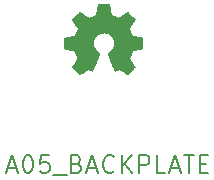
<source format=gbr>
G04 #@! TF.GenerationSoftware,KiCad,Pcbnew,5.1.5-52549c5~86~ubuntu18.04.1*
G04 #@! TF.CreationDate,2020-09-01T14:16:45-05:00*
G04 #@! TF.ProjectId,A05,4130352e-6b69-4636-9164-5f7063625858,rev?*
G04 #@! TF.SameCoordinates,Original*
G04 #@! TF.FileFunction,Legend,Top*
G04 #@! TF.FilePolarity,Positive*
%FSLAX46Y46*%
G04 Gerber Fmt 4.6, Leading zero omitted, Abs format (unit mm)*
G04 Created by KiCad (PCBNEW 5.1.5-52549c5~86~ubuntu18.04.1) date 2020-09-01 14:16:45*
%MOMM*%
%LPD*%
G04 APERTURE LIST*
%ADD10C,0.150000*%
%ADD11C,0.010000*%
G04 APERTURE END LIST*
D10*
X30514400Y-69795200D02*
X31228685Y-69795200D01*
X30371542Y-70223771D02*
X30871542Y-68723771D01*
X31371542Y-70223771D01*
X32157257Y-68723771D02*
X32300114Y-68723771D01*
X32442971Y-68795200D01*
X32514400Y-68866628D01*
X32585828Y-69009485D01*
X32657257Y-69295200D01*
X32657257Y-69652342D01*
X32585828Y-69938057D01*
X32514400Y-70080914D01*
X32442971Y-70152342D01*
X32300114Y-70223771D01*
X32157257Y-70223771D01*
X32014400Y-70152342D01*
X31942971Y-70080914D01*
X31871542Y-69938057D01*
X31800114Y-69652342D01*
X31800114Y-69295200D01*
X31871542Y-69009485D01*
X31942971Y-68866628D01*
X32014400Y-68795200D01*
X32157257Y-68723771D01*
X34014400Y-68723771D02*
X33300114Y-68723771D01*
X33228685Y-69438057D01*
X33300114Y-69366628D01*
X33442971Y-69295200D01*
X33800114Y-69295200D01*
X33942971Y-69366628D01*
X34014400Y-69438057D01*
X34085828Y-69580914D01*
X34085828Y-69938057D01*
X34014400Y-70080914D01*
X33942971Y-70152342D01*
X33800114Y-70223771D01*
X33442971Y-70223771D01*
X33300114Y-70152342D01*
X33228685Y-70080914D01*
X34371542Y-70366628D02*
X35514400Y-70366628D01*
X36371542Y-69438057D02*
X36585828Y-69509485D01*
X36657257Y-69580914D01*
X36728685Y-69723771D01*
X36728685Y-69938057D01*
X36657257Y-70080914D01*
X36585828Y-70152342D01*
X36442971Y-70223771D01*
X35871542Y-70223771D01*
X35871542Y-68723771D01*
X36371542Y-68723771D01*
X36514400Y-68795200D01*
X36585828Y-68866628D01*
X36657257Y-69009485D01*
X36657257Y-69152342D01*
X36585828Y-69295200D01*
X36514400Y-69366628D01*
X36371542Y-69438057D01*
X35871542Y-69438057D01*
X37300114Y-69795200D02*
X38014400Y-69795200D01*
X37157257Y-70223771D02*
X37657257Y-68723771D01*
X38157257Y-70223771D01*
X39514400Y-70080914D02*
X39442971Y-70152342D01*
X39228685Y-70223771D01*
X39085828Y-70223771D01*
X38871542Y-70152342D01*
X38728685Y-70009485D01*
X38657257Y-69866628D01*
X38585828Y-69580914D01*
X38585828Y-69366628D01*
X38657257Y-69080914D01*
X38728685Y-68938057D01*
X38871542Y-68795200D01*
X39085828Y-68723771D01*
X39228685Y-68723771D01*
X39442971Y-68795200D01*
X39514400Y-68866628D01*
X40157257Y-70223771D02*
X40157257Y-68723771D01*
X41014400Y-70223771D02*
X40371542Y-69366628D01*
X41014400Y-68723771D02*
X40157257Y-69580914D01*
X41657257Y-70223771D02*
X41657257Y-68723771D01*
X42228685Y-68723771D01*
X42371542Y-68795200D01*
X42442971Y-68866628D01*
X42514400Y-69009485D01*
X42514400Y-69223771D01*
X42442971Y-69366628D01*
X42371542Y-69438057D01*
X42228685Y-69509485D01*
X41657257Y-69509485D01*
X43871542Y-70223771D02*
X43157257Y-70223771D01*
X43157257Y-68723771D01*
X44300114Y-69795200D02*
X45014400Y-69795200D01*
X44157257Y-70223771D02*
X44657257Y-68723771D01*
X45157257Y-70223771D01*
X45442971Y-68723771D02*
X46300114Y-68723771D01*
X45871542Y-70223771D02*
X45871542Y-68723771D01*
X46800114Y-69438057D02*
X47300114Y-69438057D01*
X47514400Y-70223771D02*
X46800114Y-70223771D01*
X46800114Y-68723771D01*
X47514400Y-68723771D01*
D11*
G36*
X39163814Y-56371531D02*
G01*
X39247635Y-56816155D01*
X39556920Y-56943653D01*
X39866206Y-57071151D01*
X40237246Y-56818846D01*
X40341157Y-56748596D01*
X40435087Y-56685872D01*
X40514652Y-56633538D01*
X40575470Y-56594457D01*
X40613157Y-56571493D01*
X40623421Y-56566542D01*
X40641910Y-56579276D01*
X40681420Y-56614482D01*
X40737522Y-56667662D01*
X40805787Y-56734318D01*
X40881786Y-56809954D01*
X40961092Y-56890072D01*
X41039275Y-56970174D01*
X41111907Y-57045764D01*
X41174559Y-57112345D01*
X41222803Y-57165418D01*
X41252210Y-57200487D01*
X41259241Y-57212223D01*
X41249123Y-57233860D01*
X41220759Y-57281262D01*
X41177129Y-57349793D01*
X41121218Y-57434815D01*
X41056006Y-57531693D01*
X41018219Y-57586950D01*
X40949343Y-57687848D01*
X40888140Y-57778899D01*
X40837578Y-57855570D01*
X40800628Y-57913328D01*
X40780258Y-57947643D01*
X40777197Y-57954854D01*
X40784136Y-57975348D01*
X40803051Y-58023113D01*
X40831087Y-58091432D01*
X40865391Y-58173589D01*
X40903109Y-58262870D01*
X40941387Y-58352558D01*
X40977370Y-58435938D01*
X41008206Y-58506294D01*
X41031039Y-58556910D01*
X41043017Y-58581071D01*
X41043724Y-58582022D01*
X41062531Y-58586636D01*
X41112618Y-58596928D01*
X41188793Y-58611887D01*
X41285865Y-58630501D01*
X41398643Y-58651759D01*
X41464442Y-58664018D01*
X41584950Y-58686962D01*
X41693797Y-58708795D01*
X41785476Y-58728322D01*
X41854481Y-58744348D01*
X41895304Y-58755679D01*
X41903511Y-58759274D01*
X41911548Y-58783606D01*
X41918033Y-58838559D01*
X41922970Y-58917708D01*
X41926364Y-59014626D01*
X41928218Y-59122887D01*
X41928538Y-59236065D01*
X41927327Y-59347735D01*
X41924590Y-59451468D01*
X41920331Y-59540841D01*
X41914555Y-59609426D01*
X41907267Y-59650797D01*
X41902895Y-59659410D01*
X41876764Y-59669733D01*
X41821393Y-59684492D01*
X41744107Y-59701952D01*
X41652230Y-59720380D01*
X41620158Y-59726341D01*
X41465524Y-59754666D01*
X41343375Y-59777476D01*
X41249673Y-59795680D01*
X41180384Y-59810183D01*
X41131471Y-59821892D01*
X41098897Y-59831715D01*
X41078628Y-59840556D01*
X41066626Y-59849324D01*
X41064947Y-59851057D01*
X41048184Y-59878971D01*
X41022614Y-59933295D01*
X40990788Y-60007377D01*
X40955260Y-60094565D01*
X40918583Y-60188208D01*
X40883311Y-60281652D01*
X40851996Y-60368247D01*
X40827193Y-60441340D01*
X40811454Y-60494278D01*
X40807332Y-60520411D01*
X40807676Y-60521326D01*
X40821641Y-60542686D01*
X40853322Y-60589684D01*
X40899391Y-60657427D01*
X40956518Y-60741023D01*
X41021373Y-60835582D01*
X41039843Y-60862454D01*
X41105699Y-60959875D01*
X41163650Y-61048763D01*
X41210538Y-61124012D01*
X41243207Y-61180520D01*
X41258500Y-61213181D01*
X41259241Y-61217193D01*
X41246392Y-61238284D01*
X41210888Y-61280064D01*
X41157293Y-61338045D01*
X41090171Y-61407735D01*
X41014087Y-61484645D01*
X40933604Y-61564283D01*
X40853287Y-61642161D01*
X40777699Y-61713786D01*
X40711405Y-61774670D01*
X40658969Y-61820321D01*
X40624955Y-61846250D01*
X40615545Y-61850483D01*
X40593643Y-61840512D01*
X40548800Y-61813620D01*
X40488321Y-61774336D01*
X40441789Y-61742717D01*
X40357475Y-61684698D01*
X40257626Y-61616384D01*
X40157473Y-61548179D01*
X40103627Y-61511675D01*
X39921371Y-61388400D01*
X39768381Y-61471120D01*
X39698682Y-61507359D01*
X39639414Y-61535526D01*
X39599311Y-61551591D01*
X39589103Y-61553826D01*
X39576829Y-61537322D01*
X39552613Y-61490682D01*
X39518263Y-61418209D01*
X39475588Y-61324206D01*
X39426394Y-61212974D01*
X39372490Y-61088815D01*
X39315684Y-60956032D01*
X39257782Y-60818927D01*
X39200593Y-60681802D01*
X39145924Y-60548958D01*
X39095584Y-60424698D01*
X39051380Y-60313325D01*
X39015119Y-60219139D01*
X38988609Y-60146444D01*
X38973658Y-60099541D01*
X38971254Y-60083433D01*
X38990311Y-60062886D01*
X39032036Y-60029533D01*
X39087706Y-59990302D01*
X39092378Y-59987199D01*
X39236264Y-59872023D01*
X39352283Y-59737653D01*
X39439430Y-59588384D01*
X39496699Y-59428513D01*
X39523086Y-59262337D01*
X39517585Y-59094152D01*
X39479190Y-58928255D01*
X39406895Y-58768942D01*
X39385626Y-58734087D01*
X39274996Y-58593337D01*
X39144302Y-58480314D01*
X38998064Y-58395603D01*
X38840808Y-58339794D01*
X38677057Y-58313474D01*
X38511333Y-58317230D01*
X38348162Y-58351650D01*
X38192065Y-58417323D01*
X38047567Y-58514835D01*
X38002869Y-58554413D01*
X37889112Y-58678303D01*
X37806218Y-58808724D01*
X37749356Y-58954915D01*
X37717687Y-59099688D01*
X37709869Y-59262460D01*
X37735938Y-59426040D01*
X37793245Y-59584898D01*
X37879144Y-59733506D01*
X37990986Y-59866335D01*
X38126123Y-59977856D01*
X38143883Y-59989611D01*
X38200150Y-60028108D01*
X38242923Y-60061463D01*
X38263372Y-60082760D01*
X38263669Y-60083433D01*
X38259279Y-60106471D01*
X38241876Y-60158757D01*
X38213268Y-60235990D01*
X38175265Y-60333868D01*
X38129674Y-60448091D01*
X38078303Y-60574358D01*
X38022962Y-60708367D01*
X37965458Y-60845818D01*
X37907601Y-60982408D01*
X37851198Y-61113837D01*
X37798058Y-61235805D01*
X37749990Y-61344009D01*
X37708801Y-61434149D01*
X37676301Y-61501923D01*
X37654297Y-61543030D01*
X37645436Y-61553826D01*
X37618360Y-61545419D01*
X37567697Y-61522872D01*
X37502183Y-61490213D01*
X37466159Y-61471120D01*
X37313168Y-61388400D01*
X37130912Y-61511675D01*
X37037875Y-61574828D01*
X36936015Y-61644327D01*
X36840562Y-61709765D01*
X36792750Y-61742717D01*
X36725505Y-61787873D01*
X36668564Y-61823657D01*
X36629354Y-61845538D01*
X36616619Y-61850163D01*
X36598083Y-61837685D01*
X36557059Y-61802852D01*
X36497525Y-61749278D01*
X36423458Y-61680583D01*
X36338835Y-61600381D01*
X36285315Y-61548886D01*
X36191681Y-61456886D01*
X36110759Y-61374599D01*
X36045823Y-61305545D01*
X36000142Y-61253244D01*
X35976989Y-61221216D01*
X35974768Y-61214716D01*
X35985076Y-61189994D01*
X36013561Y-61140005D01*
X36057063Y-61069812D01*
X36112423Y-60984475D01*
X36176480Y-60889056D01*
X36194697Y-60862454D01*
X36261073Y-60765767D01*
X36320622Y-60678717D01*
X36370016Y-60606195D01*
X36405925Y-60553093D01*
X36425019Y-60524303D01*
X36426864Y-60521326D01*
X36424105Y-60498382D01*
X36409462Y-60447936D01*
X36385487Y-60376641D01*
X36354734Y-60291147D01*
X36319756Y-60198107D01*
X36283107Y-60104174D01*
X36247339Y-60015999D01*
X36215006Y-59940234D01*
X36188662Y-59883531D01*
X36170858Y-59852543D01*
X36169593Y-59851057D01*
X36158706Y-59842201D01*
X36140318Y-59833443D01*
X36110394Y-59823877D01*
X36064897Y-59812596D01*
X35999791Y-59798693D01*
X35911039Y-59781263D01*
X35794607Y-59759398D01*
X35646458Y-59732191D01*
X35614382Y-59726341D01*
X35519314Y-59707974D01*
X35436435Y-59690005D01*
X35373070Y-59674169D01*
X35336542Y-59662200D01*
X35331644Y-59659410D01*
X35323573Y-59634672D01*
X35317013Y-59579390D01*
X35311967Y-59499989D01*
X35308441Y-59402896D01*
X35306439Y-59294538D01*
X35305964Y-59181340D01*
X35307023Y-59069728D01*
X35309618Y-58966129D01*
X35313754Y-58876968D01*
X35319437Y-58808672D01*
X35326669Y-58767666D01*
X35331029Y-58759274D01*
X35355302Y-58750808D01*
X35410574Y-58737035D01*
X35491338Y-58719150D01*
X35592088Y-58698348D01*
X35707317Y-58675823D01*
X35770098Y-58664018D01*
X35889213Y-58641751D01*
X35995435Y-58621579D01*
X36083573Y-58604515D01*
X36148434Y-58591569D01*
X36184826Y-58583755D01*
X36190816Y-58582022D01*
X36200939Y-58562490D01*
X36222338Y-58515443D01*
X36252161Y-58447603D01*
X36287555Y-58365691D01*
X36325668Y-58276428D01*
X36363647Y-58186535D01*
X36398640Y-58102735D01*
X36427794Y-58031747D01*
X36448257Y-57980294D01*
X36457177Y-57955097D01*
X36457343Y-57953996D01*
X36447231Y-57934119D01*
X36418883Y-57888377D01*
X36375277Y-57821317D01*
X36319394Y-57737484D01*
X36254213Y-57641426D01*
X36216321Y-57586250D01*
X36147275Y-57485081D01*
X36085950Y-57393230D01*
X36035337Y-57315344D01*
X35998429Y-57256069D01*
X35978218Y-57220051D01*
X35975299Y-57211977D01*
X35987847Y-57193184D01*
X36022537Y-57153057D01*
X36074937Y-57096093D01*
X36140616Y-57026785D01*
X36215144Y-56949631D01*
X36294087Y-56869125D01*
X36373017Y-56789763D01*
X36447500Y-56716040D01*
X36513106Y-56652452D01*
X36565404Y-56603494D01*
X36599961Y-56573661D01*
X36611522Y-56566542D01*
X36630346Y-56576553D01*
X36675369Y-56604678D01*
X36742213Y-56648054D01*
X36826501Y-56703818D01*
X36923856Y-56769106D01*
X36997293Y-56818846D01*
X37368333Y-57071151D01*
X37986905Y-56816155D01*
X38070725Y-56371531D01*
X38154546Y-55926907D01*
X39079994Y-55926907D01*
X39163814Y-56371531D01*
G37*
X39163814Y-56371531D02*
X39247635Y-56816155D01*
X39556920Y-56943653D01*
X39866206Y-57071151D01*
X40237246Y-56818846D01*
X40341157Y-56748596D01*
X40435087Y-56685872D01*
X40514652Y-56633538D01*
X40575470Y-56594457D01*
X40613157Y-56571493D01*
X40623421Y-56566542D01*
X40641910Y-56579276D01*
X40681420Y-56614482D01*
X40737522Y-56667662D01*
X40805787Y-56734318D01*
X40881786Y-56809954D01*
X40961092Y-56890072D01*
X41039275Y-56970174D01*
X41111907Y-57045764D01*
X41174559Y-57112345D01*
X41222803Y-57165418D01*
X41252210Y-57200487D01*
X41259241Y-57212223D01*
X41249123Y-57233860D01*
X41220759Y-57281262D01*
X41177129Y-57349793D01*
X41121218Y-57434815D01*
X41056006Y-57531693D01*
X41018219Y-57586950D01*
X40949343Y-57687848D01*
X40888140Y-57778899D01*
X40837578Y-57855570D01*
X40800628Y-57913328D01*
X40780258Y-57947643D01*
X40777197Y-57954854D01*
X40784136Y-57975348D01*
X40803051Y-58023113D01*
X40831087Y-58091432D01*
X40865391Y-58173589D01*
X40903109Y-58262870D01*
X40941387Y-58352558D01*
X40977370Y-58435938D01*
X41008206Y-58506294D01*
X41031039Y-58556910D01*
X41043017Y-58581071D01*
X41043724Y-58582022D01*
X41062531Y-58586636D01*
X41112618Y-58596928D01*
X41188793Y-58611887D01*
X41285865Y-58630501D01*
X41398643Y-58651759D01*
X41464442Y-58664018D01*
X41584950Y-58686962D01*
X41693797Y-58708795D01*
X41785476Y-58728322D01*
X41854481Y-58744348D01*
X41895304Y-58755679D01*
X41903511Y-58759274D01*
X41911548Y-58783606D01*
X41918033Y-58838559D01*
X41922970Y-58917708D01*
X41926364Y-59014626D01*
X41928218Y-59122887D01*
X41928538Y-59236065D01*
X41927327Y-59347735D01*
X41924590Y-59451468D01*
X41920331Y-59540841D01*
X41914555Y-59609426D01*
X41907267Y-59650797D01*
X41902895Y-59659410D01*
X41876764Y-59669733D01*
X41821393Y-59684492D01*
X41744107Y-59701952D01*
X41652230Y-59720380D01*
X41620158Y-59726341D01*
X41465524Y-59754666D01*
X41343375Y-59777476D01*
X41249673Y-59795680D01*
X41180384Y-59810183D01*
X41131471Y-59821892D01*
X41098897Y-59831715D01*
X41078628Y-59840556D01*
X41066626Y-59849324D01*
X41064947Y-59851057D01*
X41048184Y-59878971D01*
X41022614Y-59933295D01*
X40990788Y-60007377D01*
X40955260Y-60094565D01*
X40918583Y-60188208D01*
X40883311Y-60281652D01*
X40851996Y-60368247D01*
X40827193Y-60441340D01*
X40811454Y-60494278D01*
X40807332Y-60520411D01*
X40807676Y-60521326D01*
X40821641Y-60542686D01*
X40853322Y-60589684D01*
X40899391Y-60657427D01*
X40956518Y-60741023D01*
X41021373Y-60835582D01*
X41039843Y-60862454D01*
X41105699Y-60959875D01*
X41163650Y-61048763D01*
X41210538Y-61124012D01*
X41243207Y-61180520D01*
X41258500Y-61213181D01*
X41259241Y-61217193D01*
X41246392Y-61238284D01*
X41210888Y-61280064D01*
X41157293Y-61338045D01*
X41090171Y-61407735D01*
X41014087Y-61484645D01*
X40933604Y-61564283D01*
X40853287Y-61642161D01*
X40777699Y-61713786D01*
X40711405Y-61774670D01*
X40658969Y-61820321D01*
X40624955Y-61846250D01*
X40615545Y-61850483D01*
X40593643Y-61840512D01*
X40548800Y-61813620D01*
X40488321Y-61774336D01*
X40441789Y-61742717D01*
X40357475Y-61684698D01*
X40257626Y-61616384D01*
X40157473Y-61548179D01*
X40103627Y-61511675D01*
X39921371Y-61388400D01*
X39768381Y-61471120D01*
X39698682Y-61507359D01*
X39639414Y-61535526D01*
X39599311Y-61551591D01*
X39589103Y-61553826D01*
X39576829Y-61537322D01*
X39552613Y-61490682D01*
X39518263Y-61418209D01*
X39475588Y-61324206D01*
X39426394Y-61212974D01*
X39372490Y-61088815D01*
X39315684Y-60956032D01*
X39257782Y-60818927D01*
X39200593Y-60681802D01*
X39145924Y-60548958D01*
X39095584Y-60424698D01*
X39051380Y-60313325D01*
X39015119Y-60219139D01*
X38988609Y-60146444D01*
X38973658Y-60099541D01*
X38971254Y-60083433D01*
X38990311Y-60062886D01*
X39032036Y-60029533D01*
X39087706Y-59990302D01*
X39092378Y-59987199D01*
X39236264Y-59872023D01*
X39352283Y-59737653D01*
X39439430Y-59588384D01*
X39496699Y-59428513D01*
X39523086Y-59262337D01*
X39517585Y-59094152D01*
X39479190Y-58928255D01*
X39406895Y-58768942D01*
X39385626Y-58734087D01*
X39274996Y-58593337D01*
X39144302Y-58480314D01*
X38998064Y-58395603D01*
X38840808Y-58339794D01*
X38677057Y-58313474D01*
X38511333Y-58317230D01*
X38348162Y-58351650D01*
X38192065Y-58417323D01*
X38047567Y-58514835D01*
X38002869Y-58554413D01*
X37889112Y-58678303D01*
X37806218Y-58808724D01*
X37749356Y-58954915D01*
X37717687Y-59099688D01*
X37709869Y-59262460D01*
X37735938Y-59426040D01*
X37793245Y-59584898D01*
X37879144Y-59733506D01*
X37990986Y-59866335D01*
X38126123Y-59977856D01*
X38143883Y-59989611D01*
X38200150Y-60028108D01*
X38242923Y-60061463D01*
X38263372Y-60082760D01*
X38263669Y-60083433D01*
X38259279Y-60106471D01*
X38241876Y-60158757D01*
X38213268Y-60235990D01*
X38175265Y-60333868D01*
X38129674Y-60448091D01*
X38078303Y-60574358D01*
X38022962Y-60708367D01*
X37965458Y-60845818D01*
X37907601Y-60982408D01*
X37851198Y-61113837D01*
X37798058Y-61235805D01*
X37749990Y-61344009D01*
X37708801Y-61434149D01*
X37676301Y-61501923D01*
X37654297Y-61543030D01*
X37645436Y-61553826D01*
X37618360Y-61545419D01*
X37567697Y-61522872D01*
X37502183Y-61490213D01*
X37466159Y-61471120D01*
X37313168Y-61388400D01*
X37130912Y-61511675D01*
X37037875Y-61574828D01*
X36936015Y-61644327D01*
X36840562Y-61709765D01*
X36792750Y-61742717D01*
X36725505Y-61787873D01*
X36668564Y-61823657D01*
X36629354Y-61845538D01*
X36616619Y-61850163D01*
X36598083Y-61837685D01*
X36557059Y-61802852D01*
X36497525Y-61749278D01*
X36423458Y-61680583D01*
X36338835Y-61600381D01*
X36285315Y-61548886D01*
X36191681Y-61456886D01*
X36110759Y-61374599D01*
X36045823Y-61305545D01*
X36000142Y-61253244D01*
X35976989Y-61221216D01*
X35974768Y-61214716D01*
X35985076Y-61189994D01*
X36013561Y-61140005D01*
X36057063Y-61069812D01*
X36112423Y-60984475D01*
X36176480Y-60889056D01*
X36194697Y-60862454D01*
X36261073Y-60765767D01*
X36320622Y-60678717D01*
X36370016Y-60606195D01*
X36405925Y-60553093D01*
X36425019Y-60524303D01*
X36426864Y-60521326D01*
X36424105Y-60498382D01*
X36409462Y-60447936D01*
X36385487Y-60376641D01*
X36354734Y-60291147D01*
X36319756Y-60198107D01*
X36283107Y-60104174D01*
X36247339Y-60015999D01*
X36215006Y-59940234D01*
X36188662Y-59883531D01*
X36170858Y-59852543D01*
X36169593Y-59851057D01*
X36158706Y-59842201D01*
X36140318Y-59833443D01*
X36110394Y-59823877D01*
X36064897Y-59812596D01*
X35999791Y-59798693D01*
X35911039Y-59781263D01*
X35794607Y-59759398D01*
X35646458Y-59732191D01*
X35614382Y-59726341D01*
X35519314Y-59707974D01*
X35436435Y-59690005D01*
X35373070Y-59674169D01*
X35336542Y-59662200D01*
X35331644Y-59659410D01*
X35323573Y-59634672D01*
X35317013Y-59579390D01*
X35311967Y-59499989D01*
X35308441Y-59402896D01*
X35306439Y-59294538D01*
X35305964Y-59181340D01*
X35307023Y-59069728D01*
X35309618Y-58966129D01*
X35313754Y-58876968D01*
X35319437Y-58808672D01*
X35326669Y-58767666D01*
X35331029Y-58759274D01*
X35355302Y-58750808D01*
X35410574Y-58737035D01*
X35491338Y-58719150D01*
X35592088Y-58698348D01*
X35707317Y-58675823D01*
X35770098Y-58664018D01*
X35889213Y-58641751D01*
X35995435Y-58621579D01*
X36083573Y-58604515D01*
X36148434Y-58591569D01*
X36184826Y-58583755D01*
X36190816Y-58582022D01*
X36200939Y-58562490D01*
X36222338Y-58515443D01*
X36252161Y-58447603D01*
X36287555Y-58365691D01*
X36325668Y-58276428D01*
X36363647Y-58186535D01*
X36398640Y-58102735D01*
X36427794Y-58031747D01*
X36448257Y-57980294D01*
X36457177Y-57955097D01*
X36457343Y-57953996D01*
X36447231Y-57934119D01*
X36418883Y-57888377D01*
X36375277Y-57821317D01*
X36319394Y-57737484D01*
X36254213Y-57641426D01*
X36216321Y-57586250D01*
X36147275Y-57485081D01*
X36085950Y-57393230D01*
X36035337Y-57315344D01*
X35998429Y-57256069D01*
X35978218Y-57220051D01*
X35975299Y-57211977D01*
X35987847Y-57193184D01*
X36022537Y-57153057D01*
X36074937Y-57096093D01*
X36140616Y-57026785D01*
X36215144Y-56949631D01*
X36294087Y-56869125D01*
X36373017Y-56789763D01*
X36447500Y-56716040D01*
X36513106Y-56652452D01*
X36565404Y-56603494D01*
X36599961Y-56573661D01*
X36611522Y-56566542D01*
X36630346Y-56576553D01*
X36675369Y-56604678D01*
X36742213Y-56648054D01*
X36826501Y-56703818D01*
X36923856Y-56769106D01*
X36997293Y-56818846D01*
X37368333Y-57071151D01*
X37986905Y-56816155D01*
X38070725Y-56371531D01*
X38154546Y-55926907D01*
X39079994Y-55926907D01*
X39163814Y-56371531D01*
M02*

</source>
